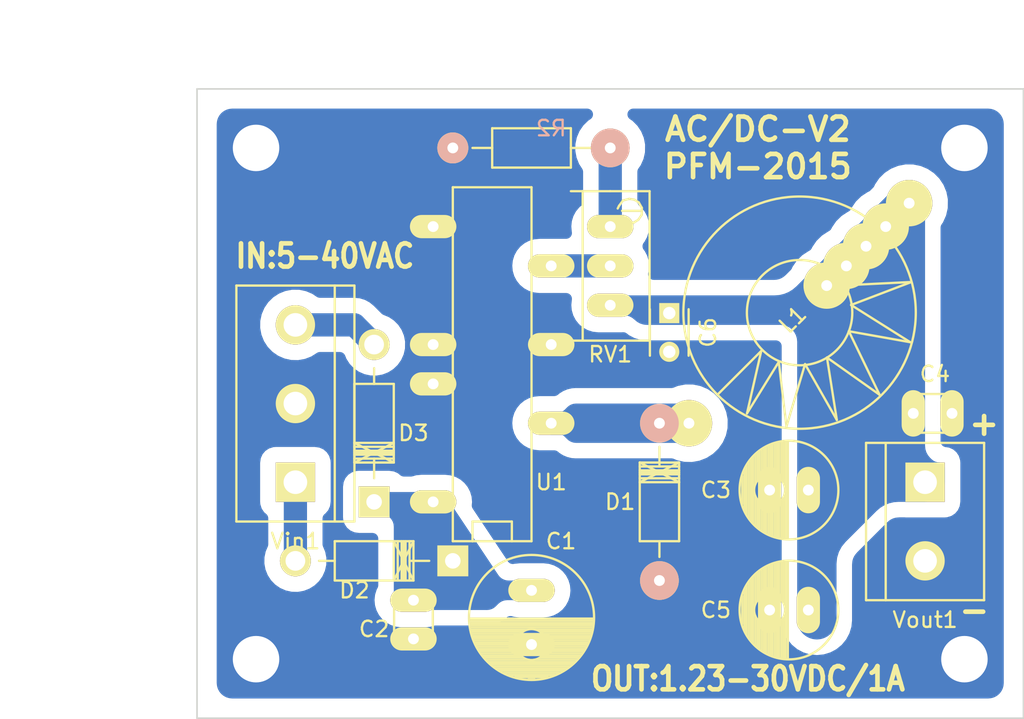
<source format=kicad_pcb>
(kicad_pcb (version 4) (host pcbnew "(after 2015-mar-04 BZR unknown)-product")

  (general
    (links 37)
    (no_connects 0)
    (area 97.739999 34.239999 151.180001 74.980001)
    (thickness 1.6)
    (drawings 12)
    (tracks 7)
    (zones 0)
    (modules 23)
    (nets 9)
  )

  (page A4)
  (layers
    (0 F.Cu signal)
    (31 B.Cu signal)
    (32 B.Adhes user)
    (33 F.Adhes user)
    (34 B.Paste user)
    (35 F.Paste user)
    (36 B.SilkS user)
    (37 F.SilkS user)
    (38 B.Mask user)
    (39 F.Mask user)
    (40 Dwgs.User user)
    (41 Cmts.User user)
    (42 Eco1.User user)
    (43 Eco2.User user)
    (44 Edge.Cuts user)
    (45 Margin user)
    (46 B.CrtYd user)
    (47 F.CrtYd user)
    (48 B.Fab user)
    (49 F.Fab user hide)
  )

  (setup
    (last_trace_width 1.5)
    (trace_clearance 0.8)
    (zone_clearance 1)
    (zone_45_only no)
    (trace_min 0.7)
    (segment_width 0.2)
    (edge_width 0.1)
    (via_size 2)
    (via_drill 0.7)
    (via_min_size 1.5)
    (via_min_drill 0.3)
    (uvia_size 0.3)
    (uvia_drill 0.1)
    (uvias_allowed no)
    (uvia_min_size 0.2)
    (uvia_min_drill 0.1)
    (pcb_text_width 0.3)
    (pcb_text_size 1.5 1.5)
    (mod_edge_width 0.15)
    (mod_text_size 1 1)
    (mod_text_width 0.15)
    (pad_size 3 1.5)
    (pad_drill 0.7)
    (pad_to_mask_clearance 0)
    (aux_axis_origin 0 0)
    (grid_origin 101.6 71.12)
    (visible_elements 7FFEFF7F)
    (pcbplotparams
      (layerselection 0x01030_80000001)
      (usegerberextensions false)
      (excludeedgelayer true)
      (linewidth 0.100000)
      (plotframeref false)
      (viasonmask false)
      (mode 1)
      (useauxorigin false)
      (hpglpennumber 1)
      (hpglpenspeed 20)
      (hpglpendiameter 15)
      (hpglpenoverlay 2)
      (psnegative false)
      (psa4output false)
      (plotreference true)
      (plotvalue true)
      (plotinvisibletext false)
      (padsonsilk false)
      (subtractmaskfromsilk false)
      (outputformat 1)
      (mirror false)
      (drillshape 0)
      (scaleselection 1)
      (outputdirectory ""))
  )

  (net 0 "")
  (net 1 GND)
  (net 2 "Net-(C1-Pad1)")
  (net 3 "Net-(C3-Pad1)")
  (net 4 "Net-(D1-Pad2)")
  (net 5 "Net-(R2-Pad1)")
  (net 6 "Net-(RV1-Pad2)")
  (net 7 "Net-(D2-Pad1)")
  (net 8 "Net-(D3-Pad1)")

  (net_class Default "This is the default net class."
    (clearance 0.8)
    (trace_width 1.5)
    (via_dia 2)
    (via_drill 0.7)
    (uvia_dia 0.3)
    (uvia_drill 0.1)
    (add_net GND)
    (add_net "Net-(C1-Pad1)")
    (add_net "Net-(C3-Pad1)")
    (add_net "Net-(D1-Pad2)")
    (add_net "Net-(D2-Pad1)")
    (add_net "Net-(D3-Pad1)")
    (add_net "Net-(R2-Pad1)")
    (add_net "Net-(RV1-Pad2)")
  )

  (module Connect:1pin (layer F.Cu) (tedit 556786D4) (tstamp 55677895)
    (at 140.97 44.45)
    (descr "module 1 pin (ou trou mecanique de percage)")
    (tags DEV)
    (fp_text reference REF** (at 0 -3.048) (layer F.SilkS) hide
      (effects (font (size 1 1) (thickness 0.15)))
    )
    (fp_text value 1pin (at 0 2.794) (layer F.Fab) hide
      (effects (font (size 1 1) (thickness 0.15)))
    )
    (pad 1 thru_hole circle (at 0 0) (size 2.99974 2.99974) (drill 0.7) (layers *.Cu *.Mask F.SilkS)
      (net 3 "Net-(C3-Pad1)"))
  )

  (module Connect:1pin (layer F.Cu) (tedit 556786D9) (tstamp 55677887)
    (at 142.24 43.18)
    (descr "module 1 pin (ou trou mecanique de percage)")
    (tags DEV)
    (fp_text reference REF** (at 0 -3.048) (layer F.SilkS) hide
      (effects (font (size 1 1) (thickness 0.15)))
    )
    (fp_text value 1pin (at 0 2.794) (layer F.Fab) hide
      (effects (font (size 1 1) (thickness 0.15)))
    )
    (pad 1 thru_hole circle (at 0 0) (size 2.99974 2.99974) (drill 0.7) (layers *.Cu *.Mask F.SilkS)
      (net 3 "Net-(C3-Pad1)"))
  )

  (module Connect:1pin (layer F.Cu) (tedit 556786CF) (tstamp 5567789A)
    (at 139.7 45.72)
    (descr "module 1 pin (ou trou mecanique de percage)")
    (tags DEV)
    (fp_text reference REF** (at 0 -3.048) (layer F.SilkS) hide
      (effects (font (size 1 1) (thickness 0.15)))
    )
    (fp_text value 1pin (at 0 2.794) (layer F.Fab) hide
      (effects (font (size 1 1) (thickness 0.15)))
    )
    (pad 1 thru_hole circle (at 0 0) (size 2.99974 2.99974) (drill 0.7) (layers *.Cu *.Mask F.SilkS)
      (net 3 "Net-(C3-Pad1)"))
  )

  (module Connect:1pin (layer F.Cu) (tedit 556786CB) (tstamp 5567789F)
    (at 138.43 46.99)
    (descr "module 1 pin (ou trou mecanique de percage)")
    (tags DEV)
    (fp_text reference REF** (at 0 -3.048) (layer F.SilkS) hide
      (effects (font (size 1 1) (thickness 0.15)))
    )
    (fp_text value 1pin (at 0 2.794) (layer F.Fab) hide
      (effects (font (size 1 1) (thickness 0.15)))
    )
    (pad 1 thru_hole circle (at 0 0) (size 2.99974 2.99974) (drill 0.7) (layers *.Cu *.Mask F.SilkS)
      (net 3 "Net-(C3-Pad1)"))
  )

  (module Diodes_ThroughHole:Diode_DO-41_SOD81_Horizontal_RM10 (layer F.Cu) (tedit 0) (tstamp 5567A31C)
    (at 109.22 55.88 270)
    (descr "Diode, DO-41, SOD81, Horizontal, RM 10mm,")
    (tags "Diode, DO-41, SOD81, Horizontal, RM 10mm, 1N4007, SB140,")
    (path /5564B2C0)
    (fp_text reference D3 (at 0.635 -2.54 360) (layer F.SilkS)
      (effects (font (size 1 1) (thickness 0.15)))
    )
    (fp_text value D (at -1.016 -3.556 270) (layer F.Fab)
      (effects (font (size 1 1) (thickness 0.15)))
    )
    (fp_line (start -2.54 0) (end -3.556 0) (layer F.SilkS) (width 0.15))
    (fp_line (start 2.286 0) (end 3.556 0) (layer F.SilkS) (width 0.15))
    (fp_line (start 2.032 -1.27) (end 2.032 1.27) (layer F.SilkS) (width 0.15))
    (fp_line (start 1.778 -1.27) (end 1.778 1.27) (layer F.SilkS) (width 0.15))
    (fp_line (start 1.524 -1.27) (end 1.524 1.27) (layer F.SilkS) (width 0.15))
    (fp_line (start 2.286 -1.27) (end 2.286 1.27) (layer F.SilkS) (width 0.15))
    (fp_line (start 1.27 -1.27) (end 2.54 1.27) (layer F.SilkS) (width 0.15))
    (fp_line (start 2.54 -1.27) (end 1.27 1.27) (layer F.SilkS) (width 0.15))
    (fp_line (start 1.27 -1.27) (end 1.27 1.27) (layer F.SilkS) (width 0.15))
    (fp_line (start 1.905 -1.27) (end 1.905 1.27) (layer F.SilkS) (width 0.15))
    (fp_line (start 2.54 1.27) (end 2.54 -1.27) (layer F.SilkS) (width 0.15))
    (fp_line (start 2.54 -1.27) (end -2.54 -1.27) (layer F.SilkS) (width 0.15))
    (fp_line (start -2.54 -1.27) (end -2.54 1.27) (layer F.SilkS) (width 0.15))
    (fp_line (start -2.54 1.27) (end 2.54 1.27) (layer F.SilkS) (width 0.15))
    (pad 1 thru_hole circle (at -5.08 0 270) (size 1.99898 1.99898) (drill 1.27) (layers *.Cu *.Mask F.SilkS)
      (net 8 "Net-(D3-Pad1)"))
    (pad 2 thru_hole rect (at 5.08 0 270) (size 1.99898 1.99898) (drill 1.00076) (layers *.Cu *.Mask F.SilkS)
      (net 2 "Net-(C1-Pad1)"))
  )

  (module Mounting_Holes:MountingHole_3mm locked (layer F.Cu) (tedit 5532CFF2) (tstamp 5520B479)
    (at 147.32 38.1)
    (descr "Mounting hole, Befestigungsbohrung, 3mm, No Annular, Kein Restring,")
    (tags "Mounting hole, Befestigungsbohrung, 3mm, No Annular, Kein Restring,")
    (fp_text reference REF** (at 0 -4.0005) (layer F.SilkS) hide
      (effects (font (size 1 1) (thickness 0.15)))
    )
    (fp_text value MountingHole_3mm (at 0 -6.35) (layer F.Fab) hide
      (effects (font (size 1 1) (thickness 0.15)))
    )
    (fp_circle (center 0 0) (end 2.99974 0) (layer Cmts.User) (width 0.381))
    (pad 1 thru_hole circle (at 0 0) (size 2.99974 2.99974) (drill 2.99974) (layers B.Cu)
      (net 1 GND))
  )

  (module Diodes_ThroughHole:Diode_DO-41_SOD81_Horizontal_RM10 placed (layer F.Cu) (tedit 551FE7D7) (tstamp 551AFF1D)
    (at 127.635 60.96 90)
    (descr "Diode, DO-41, SOD81, Horizontal, RM 10mm,")
    (tags "Diode, DO-41, SOD81, Horizontal, RM 10mm, 1N4007, SB140,")
    (path /551AE766)
    (fp_text reference D1 (at 0 -2.54 360) (layer F.SilkS)
      (effects (font (size 1 1) (thickness 0.15)))
    )
    (fp_text value D_Schottky (at 1.27 -2.54 90) (layer F.Fab) hide
      (effects (font (size 1 1) (thickness 0.15)))
    )
    (fp_line (start -2.54 0) (end -3.556 0) (layer F.SilkS) (width 0.15))
    (fp_line (start 2.286 0) (end 3.556 0) (layer F.SilkS) (width 0.15))
    (fp_line (start 2.032 -1.27) (end 2.032 1.27) (layer F.SilkS) (width 0.15))
    (fp_line (start 1.778 -1.27) (end 1.778 1.27) (layer F.SilkS) (width 0.15))
    (fp_line (start 1.524 -1.27) (end 1.524 1.27) (layer F.SilkS) (width 0.15))
    (fp_line (start 2.286 -1.27) (end 2.286 1.27) (layer F.SilkS) (width 0.15))
    (fp_line (start 1.27 -1.27) (end 2.54 1.27) (layer F.SilkS) (width 0.15))
    (fp_line (start 2.54 -1.27) (end 1.27 1.27) (layer F.SilkS) (width 0.15))
    (fp_line (start 1.27 -1.27) (end 1.27 1.27) (layer F.SilkS) (width 0.15))
    (fp_line (start 1.905 -1.27) (end 1.905 1.27) (layer F.SilkS) (width 0.15))
    (fp_line (start 2.54 1.27) (end 2.54 -1.27) (layer F.SilkS) (width 0.15))
    (fp_line (start 2.54 -1.27) (end -2.54 -1.27) (layer F.SilkS) (width 0.15))
    (fp_line (start -2.54 -1.27) (end -2.54 1.27) (layer F.SilkS) (width 0.15))
    (fp_line (start -2.54 1.27) (end 2.54 1.27) (layer F.SilkS) (width 0.15))
    (pad 1 thru_hole circle (at -5.08 0 90) (size 2.5 2.5) (drill 0.7) (layers *.Cu *.SilkS *.Mask)
      (net 1 GND))
    (pad 2 thru_hole circle (at 5.08 0 90) (size 2.5 2.5) (drill 0.7) (layers *.Cu *.SilkS *.Mask)
      (net 4 "Net-(D1-Pad2)"))
  )

  (module Choke_Toroid_ThroughHole:Choke_Toroid_horizontal_Diameter14mm_Amidon-T50 placed (layer F.Cu) (tedit 551DB0ED) (tstamp 551AFF23)
    (at 136.6811 48.7389 45)
    (descr "Choke, Inductance, Toroid, horizontal, laying, Diameter 14mm, Amidon T50,")
    (tags "Choke, Inductance, Toroid, horizontal, laying, Diameter 14mm, Amidon T50,")
    (path /551AE8A6)
    (fp_text reference L1 (at -0.635 0 45) (layer F.SilkS)
      (effects (font (size 1 1) (thickness 0.15)))
    )
    (fp_text value 220uH (at 9.652 -3.556 45) (layer F.Fab)
      (effects (font (size 1 1) (thickness 0.15)))
    )
    (fp_line (start -7.50062 0) (end -3.50012 0) (layer F.SilkS) (width 0.15))
    (fp_line (start -3.50012 0) (end -7.00024 2.19964) (layer F.SilkS) (width 0.15))
    (fp_line (start -7.00024 2.19964) (end -3.2004 1.30048) (layer F.SilkS) (width 0.15))
    (fp_line (start -3.2004 1.30048) (end -5.79882 4.59994) (layer F.SilkS) (width 0.15))
    (fp_line (start -5.79882 4.59994) (end -2.10058 2.60096) (layer F.SilkS) (width 0.15))
    (fp_line (start -2.10058 2.60096) (end -3.2004 6.59892) (layer F.SilkS) (width 0.15))
    (fp_line (start -3.2004 6.59892) (end -0.8001 3.29946) (layer F.SilkS) (width 0.15))
    (fp_line (start -0.8001 3.29946) (end -0.09906 7.39902) (layer F.SilkS) (width 0.15))
    (fp_line (start -0.09906 7.39902) (end 1.39954 3.0988) (layer F.SilkS) (width 0.15))
    (fp_line (start 1.39954 3.0988) (end 3.70078 6.4008) (layer F.SilkS) (width 0.15))
    (fp_line (start 3.70078 6.4008) (end 2.70002 1.99898) (layer F.SilkS) (width 0.15))
    (fp_line (start 2.70002 1.99898) (end 6.49986 3.70078) (layer F.SilkS) (width 0.15))
    (fp_line (start 6.49986 3.70078) (end 3.29946 0.8001) (layer F.SilkS) (width 0.15))
    (fp_line (start 3.29946 0.8001) (end 7.39902 1.09982) (layer F.SilkS) (width 0.15))
    (fp_line (start 7.39902 1.09982) (end 3.40106 -0.09906) (layer F.SilkS) (width 0.15))
    (fp_line (start 3.40106 -0.09906) (end 7.50062 0) (layer F.SilkS) (width 0.15))
    (fp_circle (center 0 0) (end 3.40106 0) (layer F.SilkS) (width 0.15))
    (fp_circle (center 0 0) (end 7.50062 0) (layer F.SilkS) (width 0.15))
    (fp_text user End (at 9.90092 2.54 45) (layer F.SilkS) hide
      (effects (font (size 1 1) (thickness 0.15)))
    )
    (fp_text user Start (at -10.16 -2.54 45) (layer F.SilkS) hide
      (effects (font (size 1 1) (thickness 0.15)))
    )
    (pad 1 thru_hole circle (at -10.09904 0 45) (size 2.99974 2.99974) (drill 0.7) (layers *.Cu *.Mask F.SilkS)
      (net 4 "Net-(D1-Pad2)"))
    (pad 2 thru_hole circle (at 9.99998 0 45) (size 2.99974 2.99974) (drill 0.7) (layers *.Cu *.Mask F.SilkS)
      (net 3 "Net-(C3-Pad1)"))
  )

  (module Potentiometers:Potentiometer_Bourns_3296W_3-8Zoll_Inline_ScrewUp placed (layer F.Cu) (tedit 551EE75F) (tstamp 551AFF42)
    (at 124.46 43.18 180)
    (descr "3296, 3/8, Square, Trimpot, Trimming, Potentiometer, Bourns")
    (tags "3296, 3/8, Square, Trimpot, Trimming, Potentiometer, Bourns")
    (path /551AF60F)
    (fp_text reference RV1 (at 0 -8.255 360) (layer F.SilkS)
      (effects (font (size 1 1) (thickness 0.15)))
    )
    (fp_text value POT (at 1.27 5.08 180) (layer F.Fab) hide
      (effects (font (size 1 1) (thickness 0.15)))
    )
    (fp_line (start -2.032 1.016) (end -0.762 1.016) (layer F.SilkS) (width 0.15))
    (fp_line (start -1.2827 0.2286) (end -1.5367 0.2667) (layer F.SilkS) (width 0.15))
    (fp_line (start -1.5367 0.2667) (end -1.8161 0.4445) (layer F.SilkS) (width 0.15))
    (fp_line (start -1.8161 0.4445) (end -2.032 0.762) (layer F.SilkS) (width 0.15))
    (fp_line (start -2.032 0.762) (end -2.0447 1.2065) (layer F.SilkS) (width 0.15))
    (fp_line (start -2.0447 1.2065) (end -1.8415 1.5621) (layer F.SilkS) (width 0.15))
    (fp_line (start -1.8415 1.5621) (end -1.5494 1.7399) (layer F.SilkS) (width 0.15))
    (fp_line (start -1.5494 1.7399) (end -1.2319 1.7907) (layer F.SilkS) (width 0.15))
    (fp_line (start -1.2319 1.7907) (end -0.8255 1.6891) (layer F.SilkS) (width 0.15))
    (fp_line (start -0.8255 1.6891) (end -0.5715 1.3462) (layer F.SilkS) (width 0.15))
    (fp_line (start -0.5715 1.3462) (end -0.4826 1.1684) (layer F.SilkS) (width 0.15))
    (fp_line (start 1.778 -7.366) (end 1.778 2.286) (layer F.SilkS) (width 0.15))
    (fp_line (start -1.27 2.286) (end -2.54 2.286) (layer F.SilkS) (width 0.15))
    (fp_line (start -2.54 2.286) (end -2.54 -7.366) (layer F.SilkS) (width 0.15))
    (fp_line (start -2.54 -7.366) (end 2.54 -7.366) (layer F.SilkS) (width 0.15))
    (fp_line (start 2.54 2.286) (end 0 2.286) (layer F.SilkS) (width 0.15))
    (fp_line (start 0 2.286) (end -1.27 2.286) (layer F.SilkS) (width 0.15))
    (pad 2 thru_hole oval (at 0 -2.54 180) (size 3 1.5) (drill 0.7) (layers *.Cu *.Mask F.SilkS)
      (net 6 "Net-(RV1-Pad2)"))
    (pad 3 thru_hole oval (at 0 -5.08 180) (size 3 1.5) (drill 0.7) (layers *.Cu *.Mask F.SilkS)
      (net 3 "Net-(C3-Pad1)"))
    (pad 1 thru_hole oval (at 0 0 180) (size 3 1.5) (drill 0.7) (layers *.Cu *.Mask F.SilkS)
      (net 5 "Net-(R2-Pad1)"))
    (model Potentiometers.3dshapes/Potentiometer_Bourns_3296W_3-8Zoll_Inline_ScrewUp.wrl
      (at (xyz 0 0 0))
      (scale (xyz 1 1 1))
      (rotate (xyz 0 0 0))
    )
  )

  (module Housings_DIP:DIP-16__300_ELL placed (layer F.Cu) (tedit 551EE750) (tstamp 551AFF56)
    (at 116.84 52.07 90)
    (descr "16 pins DIL package, elliptical pads")
    (tags DIL)
    (path /551AE710)
    (fp_text reference U1 (at -7.62 3.81 180) (layer F.SilkS)
      (effects (font (size 1 1) (thickness 0.15)))
    )
    (fp_text value TL2575 (at 1.27 0 90) (layer F.Fab)
      (effects (font (size 1 1) (thickness 0.15)))
    )
    (fp_line (start -11.43 -1.27) (end -11.43 -1.27) (layer F.SilkS) (width 0.15))
    (fp_line (start -11.43 -1.27) (end -10.16 -1.27) (layer F.SilkS) (width 0.15))
    (fp_line (start -10.16 -1.27) (end -10.16 1.27) (layer F.SilkS) (width 0.15))
    (fp_line (start -10.16 1.27) (end -11.43 1.27) (layer F.SilkS) (width 0.15))
    (fp_line (start -11.43 -2.54) (end 11.43 -2.54) (layer F.SilkS) (width 0.15))
    (fp_line (start 11.43 -2.54) (end 11.43 2.54) (layer F.SilkS) (width 0.15))
    (fp_line (start 11.43 2.54) (end -11.43 2.54) (layer F.SilkS) (width 0.15))
    (fp_line (start -11.43 2.54) (end -11.43 -2.54) (layer F.SilkS) (width 0.15))
    (pad 3 thru_hole oval (at -3.81 3.81 180) (size 3 1.5) (drill 0.7) (layers *.Cu *.Mask F.SilkS)
      (net 4 "Net-(D1-Pad2)"))
    (pad 5 thru_hole oval (at 1.27 3.81 180) (size 3 1.5) (drill 0.7) (layers *.Cu *.Mask F.SilkS)
      (net 1 GND))
    (pad 7 thru_hole oval (at 6.35 3.81 180) (size 3 1.5) (drill 0.7) (layers *.Cu *.Mask F.SilkS)
      (net 6 "Net-(RV1-Pad2)"))
    (pad 9 thru_hole oval (at 8.89 -3.81 180) (size 3 1.5) (drill 0.7) (layers *.Cu *.Mask F.SilkS)
      (net 1 GND))
    (pad 12 thru_hole oval (at 1.27 -3.81 180) (size 3 1.5) (drill 0.7) (layers *.Cu *.Mask F.SilkS)
      (net 1 GND))
    (pad 13 thru_hole oval (at -1.27 -3.81 180) (size 3 1.5) (drill 0.7) (layers *.Cu *.Mask F.SilkS)
      (net 1 GND))
    (pad 16 thru_hole oval (at -8.89 -3.81 180) (size 3 1.5) (drill 0.7) (layers *.Cu *.Mask F.SilkS)
      (net 2 "Net-(C1-Pad1)"))
    (model Sockets_DIP.3dshapes/DIP-16__300_ELL.wrl
      (at (xyz 0 0 0))
      (scale (xyz 1 1 1))
      (rotate (xyz 0 0 0))
    )
  )

  (module Resistors_ThroughHole:Resistor_Horizontal_RM10mm (layer F.Cu) (tedit 5565CA61) (tstamp 551AFF3B)
    (at 119.38 38.1 180)
    (descr "Resistor, Axial,  RM 10mm, 1/3W,")
    (tags "Resistor, Axial, RM 10mm, 1/3W,")
    (path /551AF7F2)
    (fp_text reference R2 (at -1.27 1.27 180) (layer B.SilkS)
      (effects (font (size 1 1) (thickness 0.15)) (justify mirror))
    )
    (fp_text value R (at 3.81 3.81 180) (layer F.Fab) hide
      (effects (font (size 1 1) (thickness 0.15)))
    )
    (fp_line (start -2.54 -1.27) (end 2.54 -1.27) (layer F.SilkS) (width 0.15))
    (fp_line (start 2.54 -1.27) (end 2.54 1.27) (layer F.SilkS) (width 0.15))
    (fp_line (start 2.54 1.27) (end -2.54 1.27) (layer F.SilkS) (width 0.15))
    (fp_line (start -2.54 1.27) (end -2.54 -1.27) (layer F.SilkS) (width 0.15))
    (fp_line (start -2.54 0) (end -3.81 0) (layer F.SilkS) (width 0.15))
    (fp_line (start 2.54 0) (end 3.81 0) (layer F.SilkS) (width 0.15))
    (pad 1 thru_hole circle (at -5.08 0 180) (size 2.5 2.5) (drill 0.7) (layers *.Cu *.SilkS *.Mask)
      (net 5 "Net-(R2-Pad1)"))
    (pad 2 thru_hole circle (at 5.08 0 180) (size 2 2) (drill 0.7) (layers *.Cu *.SilkS *.Mask)
      (net 1 GND))
    (model Resistors_ThroughHole.3dshapes/Resistor_Horizontal_RM10mm.wrl
      (at (xyz 0 0 0))
      (scale (xyz 0.4 0.4 0.4))
      (rotate (xyz 0 0 0))
    )
  )

  (module Capacitors_ThroughHole:C_Radial_D8_L11.5_P3.5 (layer F.Cu) (tedit 551DB1A4) (tstamp 55223924)
    (at 119.38 66.675 270)
    (descr "Radial Electrolytic Capacitor Diameter 8mm x Length 11.5mm, Pitch 3.5mm")
    (tags "Electrolytic Capacitor")
    (path /551AED83)
    (fp_text reference C1 (at -3.175 -1.905 360) (layer F.SilkS)
      (effects (font (size 1 1) (thickness 0.15)))
    )
    (fp_text value 3300uF (at 6.858 0.254 360) (layer F.Fab)
      (effects (font (size 1 1) (thickness 0.15)))
    )
    (fp_line (start 1.825 -3.999) (end 1.825 3.999) (layer F.SilkS) (width 0.15))
    (fp_line (start 1.965 -3.994) (end 1.965 3.994) (layer F.SilkS) (width 0.15))
    (fp_line (start 2.105 -3.984) (end 2.105 3.984) (layer F.SilkS) (width 0.15))
    (fp_line (start 2.245 -3.969) (end 2.245 3.969) (layer F.SilkS) (width 0.15))
    (fp_line (start 2.385 -3.949) (end 2.385 3.949) (layer F.SilkS) (width 0.15))
    (fp_line (start 2.525 -3.924) (end 2.525 -0.222) (layer F.SilkS) (width 0.15))
    (fp_line (start 2.525 0.222) (end 2.525 3.924) (layer F.SilkS) (width 0.15))
    (fp_line (start 2.665 -3.894) (end 2.665 -0.55) (layer F.SilkS) (width 0.15))
    (fp_line (start 2.665 0.55) (end 2.665 3.894) (layer F.SilkS) (width 0.15))
    (fp_line (start 2.805 -3.858) (end 2.805 -0.719) (layer F.SilkS) (width 0.15))
    (fp_line (start 2.805 0.719) (end 2.805 3.858) (layer F.SilkS) (width 0.15))
    (fp_line (start 2.945 -3.817) (end 2.945 -0.832) (layer F.SilkS) (width 0.15))
    (fp_line (start 2.945 0.832) (end 2.945 3.817) (layer F.SilkS) (width 0.15))
    (fp_line (start 3.085 -3.771) (end 3.085 -0.91) (layer F.SilkS) (width 0.15))
    (fp_line (start 3.085 0.91) (end 3.085 3.771) (layer F.SilkS) (width 0.15))
    (fp_line (start 3.225 -3.718) (end 3.225 -0.961) (layer F.SilkS) (width 0.15))
    (fp_line (start 3.225 0.961) (end 3.225 3.718) (layer F.SilkS) (width 0.15))
    (fp_line (start 3.365 -3.659) (end 3.365 -0.991) (layer F.SilkS) (width 0.15))
    (fp_line (start 3.365 0.991) (end 3.365 3.659) (layer F.SilkS) (width 0.15))
    (fp_line (start 3.505 -3.594) (end 3.505 -1) (layer F.SilkS) (width 0.15))
    (fp_line (start 3.505 1) (end 3.505 3.594) (layer F.SilkS) (width 0.15))
    (fp_line (start 3.645 -3.523) (end 3.645 -0.989) (layer F.SilkS) (width 0.15))
    (fp_line (start 3.645 0.989) (end 3.645 3.523) (layer F.SilkS) (width 0.15))
    (fp_line (start 3.785 -3.444) (end 3.785 -0.959) (layer F.SilkS) (width 0.15))
    (fp_line (start 3.785 0.959) (end 3.785 3.444) (layer F.SilkS) (width 0.15))
    (fp_line (start 3.925 -3.357) (end 3.925 -0.905) (layer F.SilkS) (width 0.15))
    (fp_line (start 3.925 0.905) (end 3.925 3.357) (layer F.SilkS) (width 0.15))
    (fp_line (start 4.065 -3.262) (end 4.065 -0.825) (layer F.SilkS) (width 0.15))
    (fp_line (start 4.065 0.825) (end 4.065 3.262) (layer F.SilkS) (width 0.15))
    (fp_line (start 4.205 -3.158) (end 4.205 -0.709) (layer F.SilkS) (width 0.15))
    (fp_line (start 4.205 0.709) (end 4.205 3.158) (layer F.SilkS) (width 0.15))
    (fp_line (start 4.345 -3.044) (end 4.345 -0.535) (layer F.SilkS) (width 0.15))
    (fp_line (start 4.345 0.535) (end 4.345 3.044) (layer F.SilkS) (width 0.15))
    (fp_line (start 4.485 -2.919) (end 4.485 -0.173) (layer F.SilkS) (width 0.15))
    (fp_line (start 4.485 0.173) (end 4.485 2.919) (layer F.SilkS) (width 0.15))
    (fp_line (start 4.625 -2.781) (end 4.625 2.781) (layer F.SilkS) (width 0.15))
    (fp_line (start 4.765 -2.629) (end 4.765 2.629) (layer F.SilkS) (width 0.15))
    (fp_line (start 4.905 -2.459) (end 4.905 2.459) (layer F.SilkS) (width 0.15))
    (fp_line (start 5.045 -2.268) (end 5.045 2.268) (layer F.SilkS) (width 0.15))
    (fp_line (start 5.185 -2.05) (end 5.185 2.05) (layer F.SilkS) (width 0.15))
    (fp_line (start 5.325 -1.794) (end 5.325 1.794) (layer F.SilkS) (width 0.15))
    (fp_line (start 5.465 -1.483) (end 5.465 1.483) (layer F.SilkS) (width 0.15))
    (fp_line (start 5.605 -1.067) (end 5.605 1.067) (layer F.SilkS) (width 0.15))
    (fp_line (start 5.745 -0.2) (end 5.745 0.2) (layer F.SilkS) (width 0.15))
    (fp_circle (center 3.5 0) (end 3.5 -1) (layer F.SilkS) (width 0.15))
    (fp_circle (center 1.75 0) (end 1.75 -4.0375) (layer F.SilkS) (width 0.15))
    (fp_circle (center 1.75 0) (end 1.75 -4.3) (layer F.CrtYd) (width 0.05))
    (pad 2 thru_hole oval (at 3.5 0) (size 3 1.5) (drill 0.7) (layers *.Cu *.Mask F.SilkS)
      (net 1 GND))
    (pad 1 thru_hole oval (at 0 0) (size 3 1.5) (drill 0.7) (layers *.Cu *.Mask F.SilkS)
      (net 2 "Net-(C1-Pad1)"))
    (model Capacitors_ThroughHole.3dshapes/C_Radial_D8_L11.5_P3.5.wrl
      (at (xyz 0 0 0))
      (scale (xyz 1 1 1))
      (rotate (xyz 0 0 0))
    )
  )

  (module Capacitors_ThroughHole:C_Radial_D6.3_L11.2_P2.5 (layer F.Cu) (tedit 551EE1DF) (tstamp 55223963)
    (at 137.247 60.198 180)
    (descr "Radial Electrolytic Capacitor, Diameter 6.3mm x Length 11.2mm, Pitch 2.5mm")
    (tags "Electrolytic Capacitor")
    (path /551AED38)
    (fp_text reference C3 (at 5.969 0 180) (layer F.SilkS)
      (effects (font (size 1 1) (thickness 0.15)))
    )
    (fp_text value 100uF (at -3.556 3.048 180) (layer F.Fab)
      (effects (font (size 1 1) (thickness 0.15)))
    )
    (fp_line (start 1.325 -3.149) (end 1.325 3.149) (layer F.SilkS) (width 0.15))
    (fp_line (start 1.465 -3.143) (end 1.465 3.143) (layer F.SilkS) (width 0.15))
    (fp_line (start 1.605 -3.13) (end 1.605 -0.446) (layer F.SilkS) (width 0.15))
    (fp_line (start 1.605 0.446) (end 1.605 3.13) (layer F.SilkS) (width 0.15))
    (fp_line (start 1.745 -3.111) (end 1.745 -0.656) (layer F.SilkS) (width 0.15))
    (fp_line (start 1.745 0.656) (end 1.745 3.111) (layer F.SilkS) (width 0.15))
    (fp_line (start 1.885 -3.085) (end 1.885 -0.789) (layer F.SilkS) (width 0.15))
    (fp_line (start 1.885 0.789) (end 1.885 3.085) (layer F.SilkS) (width 0.15))
    (fp_line (start 2.025 -3.053) (end 2.025 -0.88) (layer F.SilkS) (width 0.15))
    (fp_line (start 2.025 0.88) (end 2.025 3.053) (layer F.SilkS) (width 0.15))
    (fp_line (start 2.165 -3.014) (end 2.165 -0.942) (layer F.SilkS) (width 0.15))
    (fp_line (start 2.165 0.942) (end 2.165 3.014) (layer F.SilkS) (width 0.15))
    (fp_line (start 2.305 -2.968) (end 2.305 -0.981) (layer F.SilkS) (width 0.15))
    (fp_line (start 2.305 0.981) (end 2.305 2.968) (layer F.SilkS) (width 0.15))
    (fp_line (start 2.445 -2.915) (end 2.445 -0.998) (layer F.SilkS) (width 0.15))
    (fp_line (start 2.445 0.998) (end 2.445 2.915) (layer F.SilkS) (width 0.15))
    (fp_line (start 2.585 -2.853) (end 2.585 -0.996) (layer F.SilkS) (width 0.15))
    (fp_line (start 2.585 0.996) (end 2.585 2.853) (layer F.SilkS) (width 0.15))
    (fp_line (start 2.725 -2.783) (end 2.725 -0.974) (layer F.SilkS) (width 0.15))
    (fp_line (start 2.725 0.974) (end 2.725 2.783) (layer F.SilkS) (width 0.15))
    (fp_line (start 2.865 -2.704) (end 2.865 -0.931) (layer F.SilkS) (width 0.15))
    (fp_line (start 2.865 0.931) (end 2.865 2.704) (layer F.SilkS) (width 0.15))
    (fp_line (start 3.005 -2.616) (end 3.005 -0.863) (layer F.SilkS) (width 0.15))
    (fp_line (start 3.005 0.863) (end 3.005 2.616) (layer F.SilkS) (width 0.15))
    (fp_line (start 3.145 -2.516) (end 3.145 -0.764) (layer F.SilkS) (width 0.15))
    (fp_line (start 3.145 0.764) (end 3.145 2.516) (layer F.SilkS) (width 0.15))
    (fp_line (start 3.285 -2.404) (end 3.285 -0.619) (layer F.SilkS) (width 0.15))
    (fp_line (start 3.285 0.619) (end 3.285 2.404) (layer F.SilkS) (width 0.15))
    (fp_line (start 3.425 -2.279) (end 3.425 -0.38) (layer F.SilkS) (width 0.15))
    (fp_line (start 3.425 0.38) (end 3.425 2.279) (layer F.SilkS) (width 0.15))
    (fp_line (start 3.565 -2.136) (end 3.565 2.136) (layer F.SilkS) (width 0.15))
    (fp_line (start 3.705 -1.974) (end 3.705 1.974) (layer F.SilkS) (width 0.15))
    (fp_line (start 3.845 -1.786) (end 3.845 1.786) (layer F.SilkS) (width 0.15))
    (fp_line (start 3.985 -1.563) (end 3.985 1.563) (layer F.SilkS) (width 0.15))
    (fp_line (start 4.125 -1.287) (end 4.125 1.287) (layer F.SilkS) (width 0.15))
    (fp_line (start 4.265 -0.912) (end 4.265 0.912) (layer F.SilkS) (width 0.15))
    (fp_circle (center 2.5 0) (end 2.5 -1) (layer F.SilkS) (width 0.15))
    (fp_circle (center 1.25 0) (end 1.25 -3.1875) (layer F.SilkS) (width 0.15))
    (fp_circle (center 1.25 0) (end 1.25 -3.4) (layer F.CrtYd) (width 0.05))
    (pad 2 thru_hole oval (at 2.5 0 270) (size 3 1.5) (drill 0.7) (layers *.Cu *.Mask F.SilkS)
      (net 1 GND))
    (pad 1 thru_hole oval (at 0 0 270) (size 3 1.5) (drill 0.7) (layers *.Cu *.Mask F.SilkS)
      (net 3 "Net-(C3-Pad1)"))
    (model Capacitors_ThroughHole.3dshapes/C_Radial_D6.3_L11.2_P2.5.wrl
      (at (xyz 0 0 0))
      (scale (xyz 1 1 1))
      (rotate (xyz 0 0 0))
    )
  )

  (module Capacitors_ThroughHole:C_Disc_D3_P2.5 (layer F.Cu) (tedit 551DB191) (tstamp 5523D76D)
    (at 111.76 67.31 270)
    (descr "Capacitor 3mm Disc, Pitch 2.5mm")
    (tags Capacitor)
    (path /551AEDE2)
    (fp_text reference C2 (at 1.865 2.54 360) (layer F.SilkS)
      (effects (font (size 1 1) (thickness 0.15)))
    )
    (fp_text value 100nF (at 6.858 -0.254 360) (layer F.Fab)
      (effects (font (size 1 1) (thickness 0.15)))
    )
    (fp_line (start -0.9 -1.5) (end 3.4 -1.5) (layer F.CrtYd) (width 0.05))
    (fp_line (start 3.4 -1.5) (end 3.4 1.5) (layer F.CrtYd) (width 0.05))
    (fp_line (start 3.4 1.5) (end -0.9 1.5) (layer F.CrtYd) (width 0.05))
    (fp_line (start -0.9 1.5) (end -0.9 -1.5) (layer F.CrtYd) (width 0.05))
    (fp_line (start -0.25 -1.25) (end 2.75 -1.25) (layer F.SilkS) (width 0.15))
    (fp_line (start 2.75 1.25) (end -0.25 1.25) (layer F.SilkS) (width 0.15))
    (pad 1 thru_hole oval (at 0 0) (size 3 1.5) (drill 0.7) (layers *.Cu *.Mask F.SilkS)
      (net 2 "Net-(C1-Pad1)"))
    (pad 2 thru_hole oval (at 2.5 0) (size 3 1.5) (drill 0.7) (layers *.Cu *.Mask F.SilkS)
      (net 1 GND))
    (model Capacitors_ThroughHole.3dshapes/C_Disc_D3_P2.5.wrl
      (at (xyz 0.0492126 0 0))
      (scale (xyz 1 1 1))
      (rotate (xyz 0 0 0))
    )
  )

  (module Capacitors_ThroughHole:C_Disc_D3_P2.5 (layer F.Cu) (tedit 551DB1AC) (tstamp 5523D778)
    (at 144.018 55.245)
    (descr "Capacitor 3mm Disc, Pitch 2.5mm")
    (tags Capacitor)
    (path /551AEDA3)
    (fp_text reference C4 (at 1.397 -2.54 180) (layer F.SilkS)
      (effects (font (size 1 1) (thickness 0.15)))
    )
    (fp_text value 100nF (at 1.016 -4.318) (layer F.Fab)
      (effects (font (size 1 1) (thickness 0.15)))
    )
    (fp_line (start -0.9 -1.5) (end 3.4 -1.5) (layer F.CrtYd) (width 0.05))
    (fp_line (start 3.4 -1.5) (end 3.4 1.5) (layer F.CrtYd) (width 0.05))
    (fp_line (start 3.4 1.5) (end -0.9 1.5) (layer F.CrtYd) (width 0.05))
    (fp_line (start -0.9 1.5) (end -0.9 -1.5) (layer F.CrtYd) (width 0.05))
    (fp_line (start -0.25 -1.25) (end 2.75 -1.25) (layer F.SilkS) (width 0.15))
    (fp_line (start 2.75 1.25) (end -0.25 1.25) (layer F.SilkS) (width 0.15))
    (pad 1 thru_hole oval (at 0 0 90) (size 3 1.5) (drill 0.7) (layers *.Cu *.Mask F.SilkS)
      (net 3 "Net-(C3-Pad1)"))
    (pad 2 thru_hole oval (at 2.5 0 90) (size 3 1.5) (drill 0.7) (layers *.Cu *.Mask F.SilkS)
      (net 1 GND))
    (model Capacitors_ThroughHole.3dshapes/C_Disc_D3_P2.5.wrl
      (at (xyz 0.0492126 0 0))
      (scale (xyz 1 1 1))
      (rotate (xyz 0 0 0))
    )
  )

  (module Mounting_Holes:MountingHole_3mm locked (layer F.Cu) (tedit 5532CFF9) (tstamp 5520B46E)
    (at 101.6 71.12)
    (descr "Mounting hole, Befestigungsbohrung, 3mm, No Annular, Kein Restring,")
    (tags "Mounting hole, Befestigungsbohrung, 3mm, No Annular, Kein Restring,")
    (fp_text reference REF** (at 0 3.81) (layer F.SilkS) hide
      (effects (font (size 1 1) (thickness 0.15)))
    )
    (fp_text value MountingHole_3mm (at 1.00076 5.00126) (layer F.Fab) hide
      (effects (font (size 1 1) (thickness 0.15)))
    )
    (fp_circle (center 0 0) (end 2.99974 0) (layer Cmts.User) (width 0.381))
    (pad 1 thru_hole circle (at 0 0) (size 2.99974 2.99974) (drill 2.99974) (layers B.Cu)
      (net 1 GND))
  )

  (module Mounting_Holes:MountingHole_3mm locked (layer F.Cu) (tedit 5532CFF0) (tstamp 5520B48F)
    (at 101.6 38.1)
    (descr "Mounting hole, Befestigungsbohrung, 3mm, No Annular, Kein Restring,")
    (tags "Mounting hole, Befestigungsbohrung, 3mm, No Annular, Kein Restring,")
    (fp_text reference REF** (at 0 -4.0005) (layer F.SilkS) hide
      (effects (font (size 1 1) (thickness 0.15)))
    )
    (fp_text value MountingHole_3mm (at 1.27 -6.35) (layer F.Fab) hide
      (effects (font (size 1 1) (thickness 0.15)))
    )
    (fp_circle (center 0 0) (end 2.99974 0) (layer Cmts.User) (width 0.381))
    (pad 1 thru_hole circle (at 0 0) (size 2.99974 2.99974) (drill 2.99974) (layers B.Cu)
      (net 1 GND))
  )

  (module Mounting_Holes:MountingHole_3mm locked (layer F.Cu) (tedit 5532CFF6) (tstamp 5520B49A)
    (at 147.32 71.12)
    (descr "Mounting hole, Befestigungsbohrung, 3mm, No Annular, Kein Restring,")
    (tags "Mounting hole, Befestigungsbohrung, 3mm, No Annular, Kein Restring,")
    (fp_text reference REF** (at 0 3.81) (layer F.SilkS) hide
      (effects (font (size 1 1) (thickness 0.15)))
    )
    (fp_text value MountingHole_3mm (at 1.00076 5.00126) (layer F.Fab) hide
      (effects (font (size 1 1) (thickness 0.15)))
    )
    (fp_circle (center 0 0) (end 2.99974 0) (layer Cmts.User) (width 0.381))
    (pad 1 thru_hole circle (at 0 0) (size 2.99974 2.99974) (drill 2.99974) (layers B.Cu)
      (net 1 GND))
  )

  (module Diodes_ThroughHole:Diode_DO-41_SOD81_Horizontal_RM10 (layer F.Cu) (tedit 0) (tstamp 5567A308)
    (at 109.22 64.77)
    (descr "Diode, DO-41, SOD81, Horizontal, RM 10mm,")
    (tags "Diode, DO-41, SOD81, Horizontal, RM 10mm, 1N4007, SB140,")
    (path /5564B16C)
    (fp_text reference D2 (at -1.27 1.905) (layer F.SilkS)
      (effects (font (size 1 1) (thickness 0.15)))
    )
    (fp_text value D (at -1.016 -3.556) (layer F.Fab)
      (effects (font (size 1 1) (thickness 0.15)))
    )
    (fp_line (start -2.54 0) (end -3.556 0) (layer F.SilkS) (width 0.15))
    (fp_line (start 2.286 0) (end 3.556 0) (layer F.SilkS) (width 0.15))
    (fp_line (start 2.032 -1.27) (end 2.032 1.27) (layer F.SilkS) (width 0.15))
    (fp_line (start 1.778 -1.27) (end 1.778 1.27) (layer F.SilkS) (width 0.15))
    (fp_line (start 1.524 -1.27) (end 1.524 1.27) (layer F.SilkS) (width 0.15))
    (fp_line (start 2.286 -1.27) (end 2.286 1.27) (layer F.SilkS) (width 0.15))
    (fp_line (start 1.27 -1.27) (end 2.54 1.27) (layer F.SilkS) (width 0.15))
    (fp_line (start 2.54 -1.27) (end 1.27 1.27) (layer F.SilkS) (width 0.15))
    (fp_line (start 1.27 -1.27) (end 1.27 1.27) (layer F.SilkS) (width 0.15))
    (fp_line (start 1.905 -1.27) (end 1.905 1.27) (layer F.SilkS) (width 0.15))
    (fp_line (start 2.54 1.27) (end 2.54 -1.27) (layer F.SilkS) (width 0.15))
    (fp_line (start 2.54 -1.27) (end -2.54 -1.27) (layer F.SilkS) (width 0.15))
    (fp_line (start -2.54 -1.27) (end -2.54 1.27) (layer F.SilkS) (width 0.15))
    (fp_line (start -2.54 1.27) (end 2.54 1.27) (layer F.SilkS) (width 0.15))
    (pad 1 thru_hole circle (at -5.08 0) (size 1.99898 1.99898) (drill 1.27) (layers *.Cu *.Mask F.SilkS)
      (net 7 "Net-(D2-Pad1)"))
    (pad 2 thru_hole rect (at 5.08 0) (size 1.99898 1.99898) (drill 1.00076) (layers *.Cu *.Mask F.SilkS)
      (net 2 "Net-(C1-Pad1)"))
  )

  (module Connect:bornier3 (layer F.Cu) (tedit 0) (tstamp 5564E62B)
    (at 104.14 54.61 90)
    (descr "Bornier d'alimentation 3 pins")
    (tags DEV)
    (path /5564AF0F)
    (fp_text reference Vin1 (at -8.89 0 360) (layer F.SilkS)
      (effects (font (size 1 1) (thickness 0.15)))
    )
    (fp_text value VIN (at 0 5.08 90) (layer F.Fab)
      (effects (font (size 1 1) (thickness 0.15)))
    )
    (fp_line (start -7.62 3.81) (end -7.62 -3.81) (layer F.SilkS) (width 0.15))
    (fp_line (start 7.62 3.81) (end 7.62 -3.81) (layer F.SilkS) (width 0.15))
    (fp_line (start -7.62 2.54) (end 7.62 2.54) (layer F.SilkS) (width 0.15))
    (fp_line (start -7.62 -3.81) (end 7.62 -3.81) (layer F.SilkS) (width 0.15))
    (fp_line (start -7.62 3.81) (end 7.62 3.81) (layer F.SilkS) (width 0.15))
    (pad 1 thru_hole rect (at -5.08 0 90) (size 2.54 2.54) (drill 1.524) (layers *.Cu *.Mask F.SilkS)
      (net 7 "Net-(D2-Pad1)"))
    (pad 2 thru_hole circle (at 0 0 90) (size 2.54 2.54) (drill 1.524) (layers *.Cu *.Mask F.SilkS)
      (net 1 GND))
    (pad 3 thru_hole circle (at 5.08 0 90) (size 2.54 2.54) (drill 1.524) (layers *.Cu *.Mask F.SilkS)
      (net 8 "Net-(D3-Pad1)"))
    (model Connect.3dshapes/bornier3.wrl
      (at (xyz 0 0 0))
      (scale (xyz 1 1 1))
      (rotate (xyz 0 0 0))
    )
  )

  (module Connect:bornier2 (layer F.Cu) (tedit 0) (tstamp 5564E631)
    (at 144.78 62.23 270)
    (descr "Bornier d'alimentation 2 pins")
    (tags DEV)
    (path /551AF1CE)
    (fp_text reference Vout1 (at 6.35 0 360) (layer F.SilkS)
      (effects (font (size 1 1) (thickness 0.15)))
    )
    (fp_text value VOUT (at 0 5.08 270) (layer F.Fab)
      (effects (font (size 1 1) (thickness 0.15)))
    )
    (fp_line (start 5.08 2.54) (end -5.08 2.54) (layer F.SilkS) (width 0.15))
    (fp_line (start 5.08 3.81) (end 5.08 -3.81) (layer F.SilkS) (width 0.15))
    (fp_line (start 5.08 -3.81) (end -5.08 -3.81) (layer F.SilkS) (width 0.15))
    (fp_line (start -5.08 -3.81) (end -5.08 3.81) (layer F.SilkS) (width 0.15))
    (fp_line (start -5.08 3.81) (end 5.08 3.81) (layer F.SilkS) (width 0.15))
    (pad 1 thru_hole rect (at -2.54 0 270) (size 2.54 2.54) (drill 1.524) (layers *.Cu *.Mask F.SilkS)
      (net 3 "Net-(C3-Pad1)"))
    (pad 2 thru_hole circle (at 2.54 0 270) (size 2.54 2.54) (drill 1.524) (layers *.Cu *.Mask F.SilkS)
      (net 1 GND))
    (model Connect.3dshapes/bornier2.wrl
      (at (xyz 0 0 0))
      (scale (xyz 1 1 1))
      (rotate (xyz 0 0 0))
    )
  )

  (module Capacitors_ThroughHole:C_Radial_D6.3_L11.2_P2.5 (layer F.Cu) (tedit 5565CB27) (tstamp 55677B99)
    (at 137.247 67.945 180)
    (descr "Radial Electrolytic Capacitor, Diameter 6.3mm x Length 11.2mm, Pitch 2.5mm")
    (tags "Electrolytic Capacitor")
    (path /5565CBDE)
    (fp_text reference C5 (at 5.969 0 180) (layer F.SilkS)
      (effects (font (size 1 1) (thickness 0.15)))
    )
    (fp_text value 100uF (at 1.25 4.4 180) (layer F.Fab)
      (effects (font (size 1 1) (thickness 0.15)))
    )
    (fp_line (start 1.325 -3.149) (end 1.325 3.149) (layer F.SilkS) (width 0.15))
    (fp_line (start 1.465 -3.143) (end 1.465 3.143) (layer F.SilkS) (width 0.15))
    (fp_line (start 1.605 -3.13) (end 1.605 -0.446) (layer F.SilkS) (width 0.15))
    (fp_line (start 1.605 0.446) (end 1.605 3.13) (layer F.SilkS) (width 0.15))
    (fp_line (start 1.745 -3.111) (end 1.745 -0.656) (layer F.SilkS) (width 0.15))
    (fp_line (start 1.745 0.656) (end 1.745 3.111) (layer F.SilkS) (width 0.15))
    (fp_line (start 1.885 -3.085) (end 1.885 -0.789) (layer F.SilkS) (width 0.15))
    (fp_line (start 1.885 0.789) (end 1.885 3.085) (layer F.SilkS) (width 0.15))
    (fp_line (start 2.025 -3.053) (end 2.025 -0.88) (layer F.SilkS) (width 0.15))
    (fp_line (start 2.025 0.88) (end 2.025 3.053) (layer F.SilkS) (width 0.15))
    (fp_line (start 2.165 -3.014) (end 2.165 -0.942) (layer F.SilkS) (width 0.15))
    (fp_line (start 2.165 0.942) (end 2.165 3.014) (layer F.SilkS) (width 0.15))
    (fp_line (start 2.305 -2.968) (end 2.305 -0.981) (layer F.SilkS) (width 0.15))
    (fp_line (start 2.305 0.981) (end 2.305 2.968) (layer F.SilkS) (width 0.15))
    (fp_line (start 2.445 -2.915) (end 2.445 -0.998) (layer F.SilkS) (width 0.15))
    (fp_line (start 2.445 0.998) (end 2.445 2.915) (layer F.SilkS) (width 0.15))
    (fp_line (start 2.585 -2.853) (end 2.585 -0.996) (layer F.SilkS) (width 0.15))
    (fp_line (start 2.585 0.996) (end 2.585 2.853) (layer F.SilkS) (width 0.15))
    (fp_line (start 2.725 -2.783) (end 2.725 -0.974) (layer F.SilkS) (width 0.15))
    (fp_line (start 2.725 0.974) (end 2.725 2.783) (layer F.SilkS) (width 0.15))
    (fp_line (start 2.865 -2.704) (end 2.865 -0.931) (layer F.SilkS) (width 0.15))
    (fp_line (start 2.865 0.931) (end 2.865 2.704) (layer F.SilkS) (width 0.15))
    (fp_line (start 3.005 -2.616) (end 3.005 -0.863) (layer F.SilkS) (width 0.15))
    (fp_line (start 3.005 0.863) (end 3.005 2.616) (layer F.SilkS) (width 0.15))
    (fp_line (start 3.145 -2.516) (end 3.145 -0.764) (layer F.SilkS) (width 0.15))
    (fp_line (start 3.145 0.764) (end 3.145 2.516) (layer F.SilkS) (width 0.15))
    (fp_line (start 3.285 -2.404) (end 3.285 -0.619) (layer F.SilkS) (width 0.15))
    (fp_line (start 3.285 0.619) (end 3.285 2.404) (layer F.SilkS) (width 0.15))
    (fp_line (start 3.425 -2.279) (end 3.425 -0.38) (layer F.SilkS) (width 0.15))
    (fp_line (start 3.425 0.38) (end 3.425 2.279) (layer F.SilkS) (width 0.15))
    (fp_line (start 3.565 -2.136) (end 3.565 2.136) (layer F.SilkS) (width 0.15))
    (fp_line (start 3.705 -1.974) (end 3.705 1.974) (layer F.SilkS) (width 0.15))
    (fp_line (start 3.845 -1.786) (end 3.845 1.786) (layer F.SilkS) (width 0.15))
    (fp_line (start 3.985 -1.563) (end 3.985 1.563) (layer F.SilkS) (width 0.15))
    (fp_line (start 4.125 -1.287) (end 4.125 1.287) (layer F.SilkS) (width 0.15))
    (fp_line (start 4.265 -0.912) (end 4.265 0.912) (layer F.SilkS) (width 0.15))
    (fp_circle (center 2.5 0) (end 2.5 -1) (layer F.SilkS) (width 0.15))
    (fp_circle (center 1.25 0) (end 1.25 -3.1875) (layer F.SilkS) (width 0.15))
    (fp_circle (center 1.25 0) (end 1.25 -3.4) (layer F.CrtYd) (width 0.05))
    (pad 2 thru_hole oval (at 2.5 0 270) (size 3 1.5) (drill 0.7) (layers *.Cu *.Mask F.SilkS)
      (net 1 GND))
    (pad 1 thru_hole oval (at 0 0 270) (size 3 1.5) (drill 0.7) (layers *.Cu *.Mask F.SilkS)
      (net 3 "Net-(C3-Pad1)"))
    (model Capacitors_ThroughHole.3dshapes/C_Radial_D6.3_L11.2_P2.5.wrl
      (at (xyz 0 0 0))
      (scale (xyz 1 1 1))
      (rotate (xyz 0 0 0))
    )
  )

  (module Capacitors_ThroughHole:C_Disc_D3_P2.5 (layer F.Cu) (tedit 0) (tstamp 55689DAF)
    (at 128.27 48.768 270)
    (descr "Capacitor 3mm Disc, Pitch 2.5mm")
    (tags Capacitor)
    (path /55689F71)
    (fp_text reference C6 (at 1.25 -2.5 270) (layer F.SilkS)
      (effects (font (size 1 1) (thickness 0.15)))
    )
    (fp_text value 100nF (at 1.25 2.5 270) (layer F.Fab)
      (effects (font (size 1 1) (thickness 0.15)))
    )
    (fp_line (start -0.9 -1.5) (end 3.4 -1.5) (layer F.CrtYd) (width 0.05))
    (fp_line (start 3.4 -1.5) (end 3.4 1.5) (layer F.CrtYd) (width 0.05))
    (fp_line (start 3.4 1.5) (end -0.9 1.5) (layer F.CrtYd) (width 0.05))
    (fp_line (start -0.9 1.5) (end -0.9 -1.5) (layer F.CrtYd) (width 0.05))
    (fp_line (start -0.25 -1.25) (end 2.75 -1.25) (layer F.SilkS) (width 0.15))
    (fp_line (start 2.75 1.25) (end -0.25 1.25) (layer F.SilkS) (width 0.15))
    (pad 1 thru_hole rect (at 0 0 270) (size 1.3 1.3) (drill 0.8) (layers *.Cu *.Mask F.SilkS)
      (net 3 "Net-(C3-Pad1)"))
    (pad 2 thru_hole circle (at 2.5 0 270) (size 1.3 1.3) (drill 0.8001) (layers *.Cu *.Mask F.SilkS)
      (net 1 GND))
    (model Capacitors_ThroughHole.3dshapes/C_Disc_D3_P2.5.wrl
      (at (xyz 0.0492126 0 0))
      (scale (xyz 1 1 1))
      (rotate (xyz 0 0 0))
    )
  )

  (gr_text "AC/DC-V2\nPFM-2015\n" (at 133.985 38.1) (layer F.SilkS) (tstamp 55677C6C)
    (effects (font (size 1.5 1.5) (thickness 0.3)))
  )
  (gr_text IN:5-40VAC (at 106.045 45.085) (layer F.SilkS) (tstamp 556654B8)
    (effects (font (size 1.5 1.3) (thickness 0.3)))
  )
  (gr_text OUT:1.23-30VDC/1A (at 133.35 72.39) (layer F.SilkS)
    (effects (font (size 1.5 1.3) (thickness 0.3)))
  )
  (gr_text - (at 147.955 67.945) (layer F.SilkS)
    (effects (font (size 1.5 1.5) (thickness 0.3)))
  )
  (gr_text + (at 148.59 55.88) (layer F.SilkS)
    (effects (font (size 1.5 1.5) (thickness 0.3)))
  )
  (dimension 19.05 (width 0.3) (layer Dwgs.User)
    (gr_text 19,050mm (at 95.17 45.085 270) (layer Dwgs.User)
      (effects (font (size 1.5 1.5) (thickness 0.3)))
    )
    (feature1 (pts (xy 97.79 54.61) (xy 93.82 54.61)))
    (feature2 (pts (xy 97.79 35.56) (xy 93.82 35.56)))
    (crossbar (pts (xy 96.52 35.56) (xy 96.52 54.61)))
    (arrow1a (pts (xy 96.52 54.61) (xy 95.933579 53.483496)))
    (arrow1b (pts (xy 96.52 54.61) (xy 97.106421 53.483496)))
    (arrow2a (pts (xy 96.52 35.56) (xy 95.933579 36.686504)))
    (arrow2b (pts (xy 96.52 35.56) (xy 97.106421 36.686504)))
  )
  (dimension 38.1 (width 0.3) (layer Dwgs.User)
    (gr_text 38,100mm (at 91.36 54.61 270) (layer Dwgs.User)
      (effects (font (size 1.5 1.5) (thickness 0.3)))
    )
    (feature1 (pts (xy 99.06 73.66) (xy 90.01 73.66)))
    (feature2 (pts (xy 99.06 35.56) (xy 90.01 35.56)))
    (crossbar (pts (xy 92.71 35.56) (xy 92.71 73.66)))
    (arrow1a (pts (xy 92.71 73.66) (xy 92.123579 72.533496)))
    (arrow1b (pts (xy 92.71 73.66) (xy 93.296421 72.533496)))
    (arrow2a (pts (xy 92.71 35.56) (xy 92.123579 36.686504)))
    (arrow2b (pts (xy 92.71 35.56) (xy 93.296421 36.686504)))
  )
  (dimension 50.8 (width 0.3) (layer Dwgs.User)
    (gr_text 50,800mm (at 124.46 30.4) (layer Dwgs.User)
      (effects (font (size 1.5 1.5) (thickness 0.3)))
    )
    (feature1 (pts (xy 149.86 35.56) (xy 149.86 29.05)))
    (feature2 (pts (xy 99.06 35.56) (xy 99.06 29.05)))
    (crossbar (pts (xy 99.06 31.75) (xy 149.86 31.75)))
    (arrow1a (pts (xy 149.86 31.75) (xy 148.733496 32.336421)))
    (arrow1b (pts (xy 149.86 31.75) (xy 148.733496 31.163579)))
    (arrow2a (pts (xy 99.06 31.75) (xy 100.186504 32.336421)))
    (arrow2b (pts (xy 99.06 31.75) (xy 100.186504 31.163579)))
  )
  (gr_line (start 97.79 34.29) (end 151.13 34.29) (angle 90) (layer Edge.Cuts) (width 0.1))
  (gr_line (start 151.13 74.93) (end 97.79 74.93) (angle 90) (layer Edge.Cuts) (width 0.1))
  (gr_line (start 151.13 74.93) (end 151.13 34.29) (layer Edge.Cuts) (width 0.1))
  (gr_line (start 97.79 34.29) (end 97.79 74.93) (layer Edge.Cuts) (width 0.1))

  (segment (start 120.65 55.88) (end 127.635 55.88) (width 1.5) (layer B.Cu) (net 4) (status 30))
  (segment (start 127.635 55.88) (end 129.54 55.88) (width 1.5) (layer B.Cu) (net 4) (status 30))
  (segment (start 124.46 43.18) (end 124.46 38.1) (width 1.5) (layer B.Cu) (net 5) (status 30))
  (segment (start 120.65 45.72) (end 124.46 45.72) (width 1.5) (layer B.Cu) (net 6) (status 30))
  (segment (start 104.14 59.69) (end 104.14 64.77) (width 1.5) (layer B.Cu) (net 7) (status 30))
  (segment (start 104.14 49.53) (end 107.95 49.53) (width 1.5) (layer B.Cu) (net 8) (status 10))
  (segment (start 107.95 49.53) (end 109.22 50.8) (width 1.5) (layer B.Cu) (net 8) (status 20))

  (zone (net 1) (net_name GND) (layer B.Cu) (tstamp 551C35F7) (hatch edge 0.508)
    (connect_pads yes (clearance 1))
    (min_thickness 0.75)
    (fill yes (arc_segments 32) (thermal_gap 1) (thermal_bridge_width 1) (smoothing fillet) (radius 1))
    (polygon
      (pts
        (xy 149.86 73.66) (xy 99.06 73.66) (xy 99.06 35.56) (xy 149.86 35.56)
      )
    )
    (filled_polygon
      (pts
        (xy 149.485 72.641577) (xy 149.471211 72.781578) (xy 149.435749 72.898483) (xy 149.37816 73.006223) (xy 149.300659 73.100659)
        (xy 149.206223 73.17816) (xy 149.098483 73.235749) (xy 148.981578 73.271211) (xy 148.841577 73.285) (xy 132.414993 73.285)
        (xy 132.414993 55.598104) (xy 132.305485 55.045051) (xy 132.090641 54.5238) (xy 131.778644 54.054206) (xy 131.381378 53.654157)
        (xy 130.913974 53.338889) (xy 130.394236 53.120411) (xy 129.84196 53.007045) (xy 129.278182 53.003109) (xy 128.724378 53.108753)
        (xy 128.411905 53.235) (xy 122.197349 53.235) (xy 121.910459 53.257578) (xy 121.577942 53.33741) (xy 121.262012 53.468272)
        (xy 120.970439 53.646948) (xy 120.843926 53.755) (xy 120.65 53.755) (xy 119.886089 53.755) (xy 119.473341 53.79547)
        (xy 119.076314 53.91534) (xy 118.710132 54.110042) (xy 118.388741 54.372162) (xy 118.124384 54.691715) (xy 117.92713 55.056529)
        (xy 117.804492 55.452709) (xy 117.761141 55.865165) (xy 117.798729 56.278185) (xy 117.915823 56.676039) (xy 118.107965 57.043572)
        (xy 118.367835 57.366785) (xy 118.685534 57.633366) (xy 119.048962 57.833163) (xy 119.444277 57.958564) (xy 119.856419 58.004793)
        (xy 119.886089 58.005) (xy 120.65 58.005) (xy 120.843926 58.005) (xy 120.970439 58.113052) (xy 121.262012 58.291728)
        (xy 121.577942 58.42259) (xy 121.910459 58.502422) (xy 122.197349 58.525) (xy 128.412949 58.525) (xy 128.647318 58.627393)
        (xy 129.197957 58.748459) (xy 129.761624 58.760266) (xy 130.31685 58.662365) (xy 130.842486 58.458484) (xy 131.318511 58.15639)
        (xy 131.726792 57.767588) (xy 132.05178 57.306889) (xy 132.281094 56.791841) (xy 132.406001 56.24206) (xy 132.414993 55.598104)
        (xy 132.414993 73.285) (xy 122.268859 73.285) (xy 122.268859 66.689835) (xy 122.231271 66.276815) (xy 122.114177 65.878961)
        (xy 121.922035 65.511428) (xy 121.662165 65.188215) (xy 121.344466 64.921634) (xy 120.981038 64.721837) (xy 120.585723 64.596436)
        (xy 120.173581 64.550207) (xy 120.143911 64.55) (xy 118.616089 64.55) (xy 118.203341 64.59047) (xy 118.168252 64.601063)
        (xy 115.895967 61.192634) (xy 115.918859 60.974835) (xy 115.881271 60.561815) (xy 115.764177 60.163961) (xy 115.572035 59.796428)
        (xy 115.312165 59.473215) (xy 114.994466 59.206634) (xy 114.631038 59.006837) (xy 114.235723 58.881436) (xy 113.823581 58.835207)
        (xy 113.793911 58.835) (xy 112.266089 58.835) (xy 111.853341 58.87547) (xy 111.606486 58.95) (xy 111.594592 58.95)
        (xy 111.594592 50.567169) (xy 111.504144 50.110376) (xy 111.326694 49.679851) (xy 111.069001 49.291991) (xy 110.74088 48.961572)
        (xy 110.354829 48.701177) (xy 109.960707 48.535503) (xy 109.452602 48.027398) (xy 109.300919 47.902804) (xy 109.150555 47.776634)
        (xy 109.140762 47.77125) (xy 109.132128 47.764158) (xy 108.959162 47.671414) (xy 108.787127 47.576837) (xy 108.776472 47.573457)
        (xy 108.766627 47.568178) (xy 108.57895 47.510799) (xy 108.391812 47.451436) (xy 108.380705 47.45019) (xy 108.370022 47.446924)
        (xy 108.174771 47.427091) (xy 107.97967 47.405207) (xy 107.957827 47.405054) (xy 107.957418 47.405013) (xy 107.957036 47.405049)
        (xy 107.95 47.405) (xy 105.719792 47.405) (xy 105.404113 47.192072) (xy 104.925932 46.991063) (xy 104.417816 46.886762)
        (xy 103.899117 46.88314) (xy 103.389593 46.980337) (xy 102.908653 47.17465) (xy 102.474614 47.458677) (xy 102.104009 47.8216)
        (xy 101.810954 48.249596) (xy 101.606612 48.726362) (xy 101.498766 49.233738) (xy 101.491523 49.752399) (xy 101.585161 50.262588)
        (xy 101.776111 50.744874) (xy 102.057101 51.180885) (xy 102.417428 51.554015) (xy 102.843368 51.850051) (xy 103.318695 52.057716)
        (xy 103.825306 52.169102) (xy 104.343904 52.179965) (xy 104.854735 52.089892) (xy 105.338341 51.902313) (xy 105.728043 51.655)
        (xy 107.00458 51.655) (xy 107.097871 51.890626) (xy 107.350124 52.282046) (xy 107.6736 52.617014) (xy 108.055977 52.882774)
        (xy 108.482692 53.069201) (xy 108.937491 53.169195) (xy 109.40305 53.178947) (xy 109.861637 53.098086) (xy 110.295784 52.929691)
        (xy 110.688955 52.680177) (xy 111.026174 52.359048) (xy 111.294597 51.978535) (xy 111.483998 51.553132) (xy 111.587165 51.099042)
        (xy 111.594592 50.567169) (xy 111.594592 58.95) (xy 111.142878 58.95) (xy 110.957425 58.792428) (xy 110.6036 58.633323)
        (xy 110.21949 58.578857) (xy 108.22051 58.578857) (xy 107.997385 58.596992) (xy 107.627113 58.712774) (xy 107.303626 58.926929)
        (xy 107.052428 59.222575) (xy 106.893323 59.5764) (xy 106.838857 59.96051) (xy 106.838857 61.95949) (xy 106.856992 62.182615)
        (xy 106.972774 62.552887) (xy 107.186929 62.876374) (xy 107.482575 63.127572) (xy 107.8364 63.286677) (xy 108.22051 63.341143)
        (xy 109.115 63.341143) (xy 109.115 66.342511) (xy 109.03713 66.486529) (xy 108.914492 66.882709) (xy 108.871141 67.295165)
        (xy 108.908729 67.708185) (xy 109.025823 68.106039) (xy 109.217965 68.473572) (xy 109.477835 68.796785) (xy 109.795534 69.063366)
        (xy 110.158962 69.263163) (xy 110.554277 69.388564) (xy 110.966419 69.434793) (xy 110.996089 69.435) (xy 112.523911 69.435)
        (xy 112.936659 69.39453) (xy 113.183513 69.32) (xy 116.57618 69.32) (xy 116.934246 69.284733) (xy 117.34351 69.160586)
        (xy 117.720692 68.958978) (xy 117.998822 68.730721) (xy 118.023733 68.705809) (xy 118.174277 68.753564) (xy 118.586419 68.799793)
        (xy 118.616089 68.8) (xy 120.143911 68.8) (xy 120.556659 68.75953) (xy 120.953686 68.63966) (xy 121.319868 68.444958)
        (xy 121.641259 68.182838) (xy 121.905616 67.863285) (xy 122.10287 67.498471) (xy 122.225508 67.102291) (xy 122.268859 66.689835)
        (xy 122.268859 73.285) (xy 106.791653 73.285) (xy 106.791653 60.96) (xy 106.791653 58.42) (xy 106.773518 58.196875)
        (xy 106.657736 57.826603) (xy 106.443581 57.503116) (xy 106.147935 57.251918) (xy 105.79411 57.092813) (xy 105.41 57.038347)
        (xy 102.87 57.038347) (xy 102.646875 57.056482) (xy 102.276603 57.172264) (xy 101.953116 57.386419) (xy 101.701918 57.682065)
        (xy 101.542813 58.03589) (xy 101.488347 58.42) (xy 101.488347 60.96) (xy 101.506482 61.183125) (xy 101.622264 61.553397)
        (xy 101.836419 61.876884) (xy 102.015 62.028616) (xy 102.015 63.700226) (xy 101.865707 64.048552) (xy 101.768891 64.504037)
        (xy 101.762389 64.969654) (xy 101.84645 65.427665) (xy 102.017871 65.860626) (xy 102.270124 66.252046) (xy 102.5936 66.587014)
        (xy 102.975977 66.852774) (xy 103.402692 67.039201) (xy 103.857491 67.139195) (xy 104.32305 67.148947) (xy 104.781637 67.068086)
        (xy 105.215784 66.899691) (xy 105.608955 66.650177) (xy 105.946174 66.329048) (xy 106.214597 65.948535) (xy 106.403998 65.523132)
        (xy 106.507165 65.069042) (xy 106.514592 64.537169) (xy 106.424144 64.080376) (xy 106.265 63.694264) (xy 106.265 62.034549)
        (xy 106.326884 61.993581) (xy 106.578082 61.697935) (xy 106.737187 61.34411) (xy 106.791653 60.96) (xy 106.791653 73.285)
        (xy 100.078423 73.285) (xy 99.938422 73.271211) (xy 99.821517 73.235749) (xy 99.713777 73.17816) (xy 99.619341 73.100659)
        (xy 99.54184 73.006223) (xy 99.484251 72.898483) (xy 99.448789 72.781578) (xy 99.435 72.641577) (xy 99.435 36.578423)
        (xy 99.448789 36.438422) (xy 99.484251 36.321517) (xy 99.54184 36.213777) (xy 99.619341 36.119341) (xy 99.713777 36.04184)
        (xy 99.821517 35.984251) (xy 99.938422 35.948789) (xy 100.078423 35.935) (xy 122.974294 35.935) (xy 122.807207 36.044339)
        (xy 122.439404 36.404518) (xy 122.148565 36.829278) (xy 121.945768 37.302439) (xy 121.838737 37.805978) (xy 121.83155 38.320717)
        (xy 121.924479 38.827049) (xy 122.113986 39.305688) (xy 122.335 39.648634) (xy 122.335 41.561031) (xy 122.198741 41.672162)
        (xy 121.934384 41.991715) (xy 121.73713 42.356529) (xy 121.614492 42.752709) (xy 121.571141 43.165165) (xy 121.608729 43.578185)
        (xy 121.613677 43.595) (xy 121.413911 43.595) (xy 120.65 43.595) (xy 119.886089 43.595) (xy 119.473341 43.63547)
        (xy 119.076314 43.75534) (xy 118.710132 43.950042) (xy 118.388741 44.212162) (xy 118.124384 44.531715) (xy 117.92713 44.896529)
        (xy 117.804492 45.292709) (xy 117.761141 45.705165) (xy 117.798729 46.118185) (xy 117.915823 46.516039) (xy 118.107965 46.883572)
        (xy 118.367835 47.206785) (xy 118.685534 47.473366) (xy 119.048962 47.673163) (xy 119.444277 47.798564) (xy 119.856419 47.844793)
        (xy 119.886089 47.845) (xy 120.65 47.845) (xy 121.413911 47.845) (xy 121.6132 47.845) (xy 121.571141 48.245165)
        (xy 121.608729 48.658185) (xy 121.725823 49.056039) (xy 121.917965 49.423572) (xy 122.177835 49.746785) (xy 122.495534 50.013366)
        (xy 122.858962 50.213163) (xy 123.254277 50.338564) (xy 123.666419 50.384793) (xy 123.696089 50.385) (xy 125.223911 50.385)
        (xy 125.299714 50.377567) (xy 125.444164 50.496114) (xy 125.870443 50.723964) (xy 126.332983 50.864276) (xy 126.746464 50.905)
        (xy 135.15 50.905) (xy 135.15 59.156638) (xy 135.122207 59.404419) (xy 135.122 59.434089) (xy 135.122 60.961911)
        (xy 135.15 61.247479) (xy 135.15 66.903638) (xy 135.122207 67.151419) (xy 135.122 67.181089) (xy 135.122 68.708911)
        (xy 135.16247 69.121659) (xy 135.28234 69.518686) (xy 135.477042 69.884868) (xy 135.544434 69.967499) (xy 135.590231 70.053178)
        (xy 135.919997 70.455003) (xy 136.321822 70.784769) (xy 136.780256 71.029808) (xy 137.277688 71.180702) (xy 137.795 71.231653)
        (xy 138.312312 71.180702) (xy 138.809744 71.029808) (xy 139.268178 70.784769) (xy 139.670003 70.455003) (xy 139.999769 70.053178)
        (xy 140.244808 69.594744) (xy 140.395702 69.097312) (xy 140.44 68.64755) (xy 140.44 65.030976) (xy 140.458534 64.842793)
        (xy 140.493721 64.726797) (xy 140.550863 64.619892) (xy 140.670823 64.473721) (xy 142.588285 62.556259) (xy 142.703561 62.457804)
        (xy 142.786614 62.406909) (xy 142.876606 62.369633) (xy 142.971321 62.346894) (xy 143.12245 62.335) (xy 143.463081 62.335)
        (xy 143.51 62.341653) (xy 146.05 62.341653) (xy 146.273125 62.323518) (xy 146.643397 62.207736) (xy 146.966884 61.993581)
        (xy 147.218082 61.697935) (xy 147.377187 61.34411) (xy 147.431653 60.96) (xy 147.431653 58.42) (xy 147.413518 58.196875)
        (xy 147.297736 57.826603) (xy 147.083581 57.503116) (xy 146.787935 57.251918) (xy 146.43411 57.092813) (xy 146.155 57.053235)
        (xy 146.155 43.249158) (xy 146.263934 43.094735) (xy 146.493248 42.579687) (xy 146.618155 42.029906) (xy 146.627147 41.38595)
        (xy 146.517639 40.832897) (xy 146.302795 40.311646) (xy 145.990798 39.842052) (xy 145.593532 39.442003) (xy 145.126128 39.126735)
        (xy 144.60639 38.908257) (xy 144.054114 38.794891) (xy 143.490336 38.790955) (xy 142.936532 38.896599) (xy 142.413794 39.107799)
        (xy 141.942033 39.41651) (xy 141.53922 39.810974) (xy 141.220697 40.276166) (xy 141.165494 40.404962) (xy 140.98363 40.586826)
        (xy 140.90164 40.619953) (xy 140.429879 40.928664) (xy 140.027066 41.323128) (xy 139.708543 41.78832) (xy 139.671966 41.87366)
        (xy 139.63164 41.889953) (xy 139.159879 42.198664) (xy 138.757066 42.593128) (xy 138.438543 43.05832) (xy 138.401966 43.14366)
        (xy 138.36164 43.159953) (xy 137.889879 43.468664) (xy 137.487066 43.863128) (xy 137.168543 44.32832) (xy 137.131966 44.41366)
        (xy 137.09164 44.429953) (xy 136.619879 44.738664) (xy 136.217066 45.133128) (xy 135.898543 45.59832) (xy 135.843341 45.727114)
        (xy 135.541715 46.028741) (xy 135.426439 46.127196) (xy 135.343386 46.178091) (xy 135.253394 46.215367) (xy 135.158679 46.238106)
        (xy 135.00755 46.25) (xy 127.273714 46.25) (xy 127.305508 46.147291) (xy 127.348859 45.734835) (xy 127.311271 45.321815)
        (xy 127.194177 44.923961) (xy 127.002035 44.556428) (xy 126.917229 44.45095) (xy 126.985616 44.368285) (xy 127.18287 44.003471)
        (xy 127.305508 43.607291) (xy 127.348859 43.194835) (xy 127.311271 42.781815) (xy 127.194177 42.383961) (xy 127.002035 42.016428)
        (xy 126.742165 41.693215) (xy 126.585 41.561337) (xy 126.585 39.641689) (xy 126.753468 39.402871) (xy 126.962851 38.932588)
        (xy 127.076902 38.430592) (xy 127.085112 37.842605) (xy 126.985123 37.337621) (xy 126.788952 36.861674) (xy 126.504072 36.432896)
        (xy 126.141334 36.067616) (xy 125.944722 35.935) (xy 148.841577 35.935) (xy 148.981578 35.948789) (xy 149.098483 35.984251)
        (xy 149.206223 36.04184) (xy 149.300659 36.119341) (xy 149.37816 36.213777) (xy 149.435749 36.321517) (xy 149.471211 36.438422)
        (xy 149.485 36.578423) (xy 149.485 72.641577)
      )
    )
  )
  (zone (net 3) (net_name "Net-(C3-Pad1)") (layer B.Cu) (tstamp 551C49FA) (hatch none 0.508)
    (priority 1)
    (connect_pads yes (clearance 0.8))
    (min_thickness 0.75)
    (fill yes (arc_segments 32) (thermal_gap 1) (thermal_bridge_width 1) (smoothing fillet) (radius 2))
    (polygon
      (pts
        (xy 146.05 60.96) (xy 142.24 60.96) (xy 139.065 64.135) (xy 139.065 69.85) (xy 136.525 69.85)
        (xy 136.525 50.165) (xy 135.89 49.53) (xy 126.365 49.53) (xy 125.73 48.895) (xy 123.825 48.895)
        (xy 123.825 47.625) (xy 135.89 47.625) (xy 142.875 40.64) (xy 144.145 40.64) (xy 144.78 41.91)
        (xy 144.78 49.53) (xy 144.78 57.785) (xy 145.415 58.42) (xy 146.05 58.42)
      )
    )
    (filled_polygon
      (pts
        (xy 145.675 59.671577) (xy 145.656023 59.864252) (xy 145.605196 60.031807) (xy 145.522656 60.186227) (xy 145.411578 60.321578)
        (xy 145.276227 60.432656) (xy 145.121807 60.515196) (xy 144.954252 60.566023) (xy 144.761577 60.585) (xy 143.053693 60.585)
        (xy 142.696714 60.613095) (xy 142.334153 60.700138) (xy 141.989673 60.842826) (xy 141.671756 61.037647) (xy 141.399467 61.270202)
        (xy 139.372594 63.297076) (xy 139.088751 63.64294) (xy 138.86911 64.053859) (xy 138.733855 64.499733) (xy 138.69 64.945005)
        (xy 138.69 68.561577) (xy 138.671023 68.754252) (xy 138.620196 68.921807) (xy 138.537656 69.076227) (xy 138.426578 69.211578)
        (xy 138.291227 69.322656) (xy 138.136807 69.405196) (xy 137.969252 69.456023) (xy 137.795 69.473185) (xy 137.620748 69.456023)
        (xy 137.453193 69.405196) (xy 137.298773 69.322656) (xy 137.163422 69.211578) (xy 137.052344 69.076227) (xy 136.969804 68.921807)
        (xy 136.918977 68.754252) (xy 136.9 68.561577) (xy 136.9 50.59559) (xy 136.873745 50.329019) (xy 136.790615 50.054978)
        (xy 136.655621 49.802421) (xy 136.473948 49.581052) (xy 136.252579 49.399379) (xy 136.000022 49.264385) (xy 135.725981 49.181255)
        (xy 135.45941 49.155) (xy 126.832436 49.155) (xy 126.676045 49.139597) (xy 126.54338 49.099353) (xy 126.421115 49.034001)
        (xy 126.285397 48.922621) (xy 126.092579 48.764379) (xy 125.840022 48.629385) (xy 125.565981 48.546255) (xy 125.29941 48.52)
        (xy 124.478422 48.52) (xy 124.40963 48.513225) (xy 124.361197 48.498533) (xy 124.31656 48.474674) (xy 124.277435 48.442565)
        (xy 124.245326 48.40344) (xy 124.221467 48.358803) (xy 124.206775 48.31037) (xy 124.201814 48.26) (xy 124.206775 48.20963)
        (xy 124.221467 48.161197) (xy 124.245326 48.11656) (xy 124.277435 48.077435) (xy 124.31656 48.045326) (xy 124.361197 48.021467)
        (xy 124.40963 48.006775) (xy 124.478422 48) (xy 135.076307 48) (xy 135.433286 47.971905) (xy 135.795847 47.884862)
        (xy 136.140327 47.742174) (xy 136.458244 47.547353) (xy 136.730533 47.314798) (xy 142.678125 41.367205) (xy 142.867644 41.211671)
        (xy 143.067536 41.104826) (xy 143.284435 41.039031) (xy 143.511114 41.016705) (xy 143.629417 41.02765) (xy 143.74478 41.060423)
        (xy 143.852172 41.113806) (xy 143.947946 41.185986) (xy 144.02885 41.274514) (xy 144.101313 41.39115) (xy 144.226961 41.642448)
        (xy 144.326919 41.888153) (xy 144.384523 42.132165) (xy 144.405 42.396632) (xy 144.405 57.35441) (xy 144.431255 57.620981)
        (xy 144.514385 57.895022) (xy 144.649379 58.147579) (xy 144.819308 58.354638) (xy 144.938356 58.473686) (xy 145.097301 58.604128)
        (xy 145.294967 58.709784) (xy 145.509449 58.774846) (xy 145.675 58.791151) (xy 145.675 59.671577)
      )
    )
  )
  (zone (net 2) (net_name "Net-(C1-Pad1)") (layer B.Cu) (tstamp 0) (hatch edge 0.508)
    (priority 1)
    (connect_pads yes (clearance 0.8))
    (min_thickness 0.254)
    (fill yes (arc_segments 32) (thermal_gap 0.508) (thermal_bridge_width 0.508) (smoothing fillet) (radius 0.8))
    (polygon
      (pts
        (xy 108.585 60.325) (xy 113.665 60.325) (xy 117.475 66.04) (xy 120.015 66.04) (xy 120.015 67.31)
        (xy 117.475 67.31) (xy 116.84 67.945) (xy 110.49 67.945) (xy 110.49 62.23) (xy 109.855 61.595)
        (xy 108.585 61.595)
      )
    )
    (filled_polygon
      (pts
        (xy 119.887386 66.675) (xy 119.877637 66.773986) (xy 119.848764 66.869168) (xy 119.801876 66.956888) (xy 119.738776 67.033776)
        (xy 119.661888 67.096876) (xy 119.574168 67.143764) (xy 119.478986 67.172637) (xy 119.373761 67.183) (xy 117.800132 67.183)
        (xy 117.625403 67.20021) (xy 117.451388 67.252995) (xy 117.291016 67.338717) (xy 117.155294 67.450101) (xy 116.988924 67.616471)
        (xy 116.882186 67.704069) (xy 116.76594 67.766203) (xy 116.639805 67.804466) (xy 116.50239 67.818) (xy 111.296239 67.818)
        (xy 111.158824 67.804466) (xy 111.032689 67.766203) (xy 110.916443 67.704069) (xy 110.814552 67.620448) (xy 110.730931 67.518557)
        (xy 110.668797 67.402311) (xy 110.630534 67.276176) (xy 110.617 67.138761) (xy 110.617 62.555132) (xy 110.59979 62.380403)
        (xy 110.547005 62.206388) (xy 110.461283 62.046016) (xy 110.349899 61.910294) (xy 110.175589 61.735984) (xy 110.068737 61.644723)
        (xy 109.944657 61.568687) (xy 109.81021 61.512997) (xy 109.668706 61.479025) (xy 109.528619 61.468) (xy 109.226239 61.468)
        (xy 109.121014 61.457637) (xy 109.025832 61.428764) (xy 108.938112 61.381876) (xy 108.861224 61.318776) (xy 108.798124 61.241888)
        (xy 108.751236 61.154168) (xy 108.722363 61.058986) (xy 108.712614 60.96) (xy 108.722363 60.861014) (xy 108.751236 60.765832)
        (xy 108.798124 60.678112) (xy 108.861224 60.601224) (xy 108.938112 60.538124) (xy 109.025832 60.491236) (xy 109.121014 60.462363)
        (xy 109.226239 60.452) (xy 113.23165 60.452) (xy 113.346528 60.461429) (xy 113.453267 60.488196) (xy 113.554212 60.532009)
        (xy 113.646662 60.591698) (xy 113.72814 60.665662) (xy 113.799709 60.756016) (xy 117.134723 65.758536) (xy 117.225698 65.873392)
        (xy 117.338052 65.975384) (xy 117.465534 66.057689) (xy 117.604729 66.118104) (xy 117.751914 66.155013) (xy 117.897944 66.167)
        (xy 119.373761 66.167) (xy 119.478986 66.177363) (xy 119.574168 66.206236) (xy 119.661888 66.253124) (xy 119.738776 66.316224)
        (xy 119.801876 66.393112) (xy 119.848764 66.480832) (xy 119.877637 66.576014) (xy 119.887386 66.675)
      )
    )
  )
  (zone (net 4) (net_name "Net-(D1-Pad2)") (layer B.Cu) (tstamp 0) (hatch edge 0.508)
    (priority 1)
    (connect_pads yes (clearance 0.8))
    (min_thickness 0.254)
    (fill yes (arc_segments 32) (thermal_gap 0.508) (thermal_bridge_width 0.508) (smoothing fillet) (radius 0.8))
    (polygon
      (pts
        (xy 120.015 55.245) (xy 121.285 55.245) (xy 121.92 54.61) (xy 130.175 54.61) (xy 130.175 57.15)
        (xy 121.92 57.15) (xy 121.285 56.515) (xy 120.015 56.515)
      )
    )
    (filled_polygon
      (pts
        (xy 130.048 56.343761) (xy 130.034466 56.481176) (xy 129.996203 56.607311) (xy 129.934069 56.723557) (xy 129.850448 56.825448)
        (xy 129.748557 56.909069) (xy 129.632311 56.971203) (xy 129.506176 57.009466) (xy 129.368761 57.023) (xy 122.256361 57.023)
        (xy 122.146152 57.014327) (xy 122.043524 56.989687) (xy 121.946013 56.949297) (xy 121.856023 56.894151) (xy 121.771959 56.822354)
        (xy 121.605589 56.655984) (xy 121.498737 56.564723) (xy 121.374657 56.488687) (xy 121.24021 56.432997) (xy 121.098706 56.399025)
        (xy 120.958619 56.388) (xy 120.656239 56.388) (xy 120.551014 56.377637) (xy 120.455832 56.348764) (xy 120.368112 56.301876)
        (xy 120.291224 56.238776) (xy 120.228124 56.161888) (xy 120.181236 56.074168) (xy 120.152363 55.978986) (xy 120.142614 55.88)
        (xy 120.152363 55.781014) (xy 120.181236 55.685832) (xy 120.228124 55.598112) (xy 120.291224 55.521224) (xy 120.368112 55.458124)
        (xy 120.455832 55.411236) (xy 120.551014 55.382363) (xy 120.656239 55.372) (xy 120.958619 55.372) (xy 121.098706 55.360975)
        (xy 121.24021 55.327003) (xy 121.374657 55.271313) (xy 121.498737 55.195277) (xy 121.605589 55.104016) (xy 121.771959 54.937646)
        (xy 121.856023 54.865849) (xy 121.946013 54.810703) (xy 122.043524 54.770313) (xy 122.146152 54.745673) (xy 122.256361 54.737)
        (xy 129.368761 54.737) (xy 129.506176 54.750534) (xy 129.632311 54.788797) (xy 129.748557 54.850931) (xy 129.850448 54.934552)
        (xy 129.934069 55.036443) (xy 129.996203 55.152689) (xy 130.034466 55.278824) (xy 130.048 55.416239) (xy 130.048 56.343761)
      )
    )
  )
)

</source>
